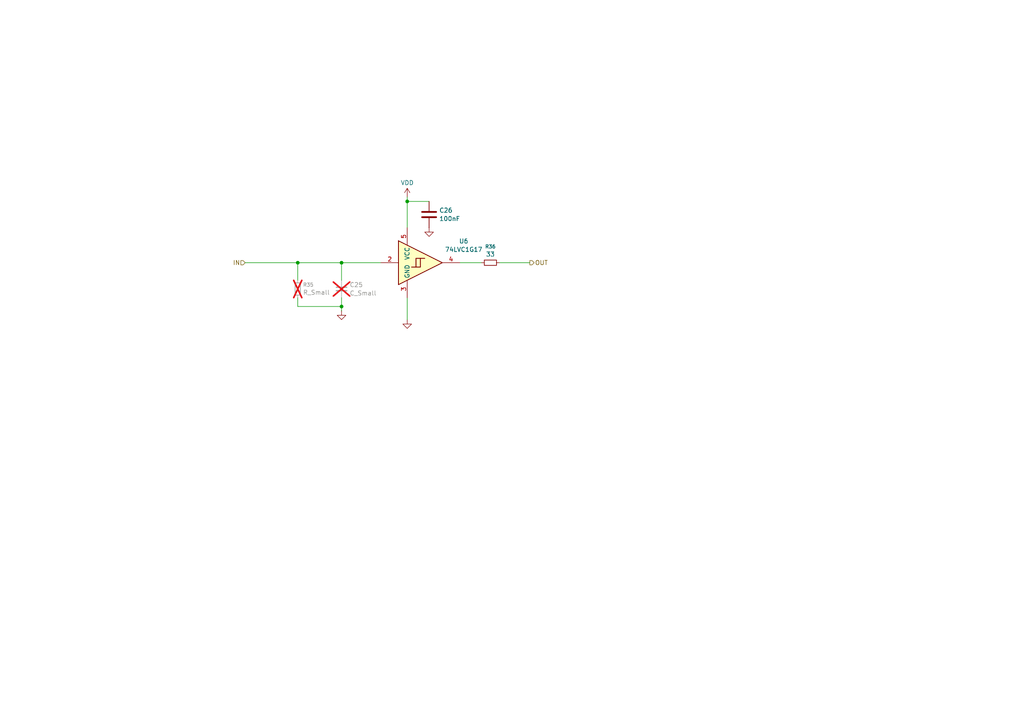
<source format=kicad_sch>
(kicad_sch (version 20250114) (generator "eeschema") (generator_version "9.0")
  (paper "A4")
  (lib_symbols
    (symbol "74xGxx:74LVC1G17"
      (property "Reference" "U" (at 0 3.81 0))
      (property "Value" "74LVC1G17" (at 0 -3.81 0))
      (symbol "74LVC1G17_0_1"
        (polyline (pts (xy -7.62 6.35) (xy -7.62 -6.35) (xy 5.08 0) (xy -7.62 6.35)) (stroke (width 0.254)) (fill (type background)))
        (polyline (pts (xy -3.81 -1.27) (xy -2.54 -1.27) (xy -2.54 1.27) (xy -1.27 1.27)) (stroke (width 0.254)) (fill (type background)))
        (polyline (pts (xy -2.54 -1.27) (xy -1.27 -1.27) (xy -1.27 1.27) (xy 0 1.27)) (stroke (width 0.254)) (fill (type background)))
      )
      (symbol "74LVC1G17_1_1"
        (pin input line (at -12.7 0 0) (length 5.08) (name "~") (number "2"))
        (pin no_connect line (at -7.62 5.08 180) (length 5.08) (hide yes) (name "NC") (number "1"))
        (pin power_in line (at -5.08 10.16 270) (length 5.08) (name "VCC") (number "5"))
        (pin power_in line (at -5.08 -10.16 90) (length 5.08) (name "GND") (number "3"))
        (pin output line (at 10.16 0 180) (length 5.08) (name "~") (number "4"))
      )
    )
    (symbol "Device:C" (pin_numbers (hide yes)) (pin_names (offset 0.254))
      (property "Reference" "C" (at 0.635 2.54 0))
      (property "Value" "C" (at 0.635 -2.54 0))
      (symbol "C_0_1"
        (polyline (pts (xy -2.032 0.762) (xy 2.032 0.762)) (stroke (width 0.508)))
        (polyline (pts (xy -2.032 -0.762) (xy 2.032 -0.762)) (stroke (width 0.508)))
      )
      (symbol "C_1_1"
        (pin passive line (at 0 3.81 270) (length 2.794) (name "~") (number "1"))
        (pin passive line (at 0 -3.81 90) (length 2.794) (name "~") (number "2"))
      )
    )
    (symbol "Device:C_Small" (pin_numbers (hide yes)) (pin_names (offset 0.254) (hide yes))
      (property "Reference" "C" (at 0.254 1.778 0))
      (property "Value" "C_Small" (at 0.254 -2.032 0))
      (symbol "C_Small_0_1"
        (polyline (pts (xy -1.524 0.508) (xy 1.524 0.508)) (stroke (width 0.3048)))
        (polyline (pts (xy -1.524 -0.508) (xy 1.524 -0.508)) (stroke (width 0.3302)))
      )
      (symbol "C_Small_1_1"
        (pin passive line (at 0 2.54 270) (length 2.032) (name "~") (number "1"))
        (pin passive line (at 0 -2.54 90) (length 2.032) (name "~") (number "2"))
      )
    )
    (symbol "Device:R_Small" (pin_numbers (hide yes)) (pin_names (offset 0.254) (hide yes))
      (property "Reference" "R" (at 0 0 90))
      (property "Value" "R_Small" (at 1.778 0 90))
      (symbol "R_Small_0_1"
        (rectangle (start -0.762 1.778) (end 0.762 -1.778) (stroke (width 0.2032)))
      )
      (symbol "R_Small_1_1"
        (pin passive line (at 0 2.54 270) (length 0.762) (name "~") (number "1"))
        (pin passive line (at 0 -2.54 90) (length 0.762) (name "~") (number "2"))
      )
    )
    (symbol "power:GND" (power) (pin_numbers (hide yes)) (pin_names (offset 0) (hide yes))
      (property "Value" "GND" (at 0 -3.81 0))
      (symbol "GND_0_1"
        (polyline (pts (xy 0 0) (xy 0 -1.27) (xy 1.27 -1.27) (xy 0 -2.54) (xy -1.27 -1.27) (xy 0 -1.27)))
      )
      (symbol "GND_1_1"
        (pin power_in line (at 0 0 270) (length 0) (name "~") (number "1"))
      )
    )
    (symbol "power:VDD" (power) (pin_numbers (hide yes)) (pin_names (offset 0) (hide yes))
      (property "Value" "VDD" (at 0 3.556 0))
      (symbol "VDD_0_1"
        (polyline (pts (xy -0.762 1.27) (xy 0 2.54)))
        (polyline (pts (xy 0 2.54) (xy 0.762 1.27)))
        (polyline (pts (xy 0 0) (xy 0 2.54)))
      )
      (symbol "VDD_1_1"
        (pin power_in line (at 0 0 90) (length 0) (name "~") (number "1"))
      )
    )
  )
  (junction (at 99.06 76.2))
  (junction (at 118.11 58.42))
  (junction (at 86.36 76.2))
  (junction (at 99.06 88.9))
  (wire (pts (xy 99.06 88.9) (xy 86.36 88.9)))
  (wire (pts (xy 133.35 76.2) (xy 139.7 76.2)))
  (wire (pts (xy 118.11 58.42) (xy 124.46 58.42)))
  (wire (pts (xy 118.11 86.36) (xy 118.11 92.71)))
  (wire (pts (xy 71.12 76.2) (xy 86.36 76.2)))
  (wire (pts (xy 118.11 57.15) (xy 118.11 58.42)))
  (wire (pts (xy 99.06 76.2) (xy 110.49 76.2)))
  (wire (pts (xy 118.11 58.42) (xy 118.11 66.04)))
  (wire (pts (xy 86.36 76.2) (xy 99.06 76.2)))
  (wire (pts (xy 99.06 86.36) (xy 99.06 88.9)))
  (wire (pts (xy 99.06 90.17) (xy 99.06 88.9)))
  (wire (pts (xy 99.06 76.2) (xy 99.06 81.28)))
  (wire (pts (xy 86.36 76.2) (xy 86.36 81.28)))
  (wire (pts (xy 86.36 86.36) (xy 86.36 88.9)))
  (wire (pts (xy 144.78 76.2) (xy 153.67 76.2)))
  (hierarchical_label "IN" (shape input) (at 71.12 76.2 180))
  (hierarchical_label "OUT" (shape output) (at 153.67 76.2 0))
  (symbol (lib_id "Device:C") (at 124.46 62.23 0) (unit 1)
    (property "Reference" "C26" (at 127.381 61.0178 0) (effects (justify left)))
    (property "Value" "100nF" (at 127.381 63.4421 0) (effects (justify left)))
    (property "Footprint" "Capacitor_SMD:C_0603_1608Metric" (effects (hide yes)))
    (property "Description" "Unpolarized capacitor" (effects (hide yes)))
    (property "PN" "GCJ188R71H104KA12D" (effects (hide yes)))
    (instances (project "nucleo_tdm_breakout1" (path "" (reference "C26") (unit 1)) (path "" (reference "C32") (unit 1)) (path "" (reference "C35") (unit 1))))
  )
  (symbol (lib_id "Device:C_Small") (at 99.06 83.82 0) (unit 1) (dnp yes)
    (property "Reference" "C25" (at 101.3841 82.6141 0) (effects (justify left)))
    (property "Value" "C_Small" (at 101.3841 85.0384 0) (effects (justify left)))
    (property "Footprint" "Capacitor_SMD:C_0603_1608Metric" (effects (hide yes)))
    (property "Description" "Unpolarized capacitor, small symbol" (effects (hide yes)))
    (instances (project "nucleo_tdm_breakout1" (path "" (reference "C25") (unit 1)) (path "" (reference "C31") (unit 1)) (path "" (reference "C34") (unit 1))))
  )
  (symbol (lib_id "Device:R_Small") (at 86.36 83.82 180) (unit 1) (dnp yes)
    (property "Reference" "R35" (at 87.8586 82.6078 0) (effects (font (size 1.016 1.016)) (justify right)))
    (property "Value" "R_Small" (at 87.8586 84.8277 0) (effects (justify right)))
    (property "Footprint" "Resistor_SMD:R_0603_1608Metric" (effects (hide yes)))
    (property "Description" "Resistor, small symbol" (effects (hide yes)))
    (instances (project "nucleo_tdm_breakout1" (path "" (reference "R35") (unit 1)) (path "" (reference "R41") (unit 1)) (path "" (reference "R46") (unit 1))))
  )
  (symbol (lib_id "power:GND") (at 99.06 90.17 0) (unit 1)
    (property "Reference" "#PWR052" (effects (hide yes)))
    (property "Value" "GND" (effects (hide yes)))
    (property "Description" "Power symbol creates a global label with name \"GND\" , ground" (effects (hide yes)))
    (instances (project "nucleo_tdm_breakout1" (path "" (reference "#PWR052") (unit 1)) (path "" (reference "#PWR056") (unit 1)) (path "" (reference "#PWR060") (unit 1))))
  )
  (symbol (lib_id "power:GND") (at 118.11 92.71 0) (unit 1)
    (property "Reference" "#PWR054" (effects (hide yes)))
    (property "Value" "GND" (effects (hide yes)))
    (property "Description" "Power symbol creates a global label with name \"GND\" , ground" (effects (hide yes)))
    (instances (project "nucleo_tdm_breakout1" (path "" (reference "#PWR054") (unit 1)) (path "" (reference "#PWR058") (unit 1)) (path "" (reference "#PWR062") (unit 1))))
  )
  (symbol (lib_id "power:GND") (at 124.46 66.04 0) (unit 1)
    (property "Reference" "#PWR055" (effects (hide yes)))
    (property "Value" "GND" (effects (hide yes)))
    (property "Description" "Power symbol creates a global label with name \"GND\" , ground" (effects (hide yes)))
    (instances (project "nucleo_tdm_breakout1" (path "" (reference "#PWR055") (unit 1)) (path "" (reference "#PWR059") (unit 1)) (path "" (reference "#PWR063") (unit 1))))
  )
  (symbol (lib_id "Device:R_Small") (at 142.24 76.2 90) (unit 1)
    (property "Reference" "R36" (at 142.24 71.5233 90) (effects (font (size 1.016 1.016))))
    (property "Value" "33" (at 142.24 73.7432 90))
    (property "Footprint" "Resistor_SMD:R_0603_1608Metric" (effects (hide yes)))
    (property "Description" "Resistor, small symbol" (effects (hide yes)))
    (property "PN" "CRCW060333R0FKEAC" (effects (hide yes)))
    (instances (project "nucleo_tdm_breakout1" (path "" (reference "R36") (unit 1)) (path "" (reference "R42") (unit 1)) (path "" (reference "R51") (unit 1))))
  )
  (symbol (lib_id "power:VDD") (at 118.11 57.15 0) (unit 1)
    (property "Reference" "#PWR053" (effects (hide yes)))
    (property "Value" "VDD" (at 118.11 53.0169 0))
    (property "Description" "Power symbol creates a global label with name \"VDD\"" (effects (hide yes)))
    (instances (project "nucleo_tdm_breakout1" (path "" (reference "#PWR053") (unit 1)) (path "" (reference "#PWR057") (unit 1)) (path "" (reference "#PWR061") (unit 1))))
  )
  (symbol (lib_id "74xGxx:74LVC1G17") (at 123.19 76.2 0) (unit 1)
    (property "Reference" "U6" (at 134.4953 69.9534 0))
    (property "Value" "74LVC1G17" (at 134.4953 72.3777 0))
    (property "Footprint" "Package_TO_SOT_SMD:SOT-23-5" (effects (hide yes)))
    (property "Datasheet" "https://www.ti.com/lit/ds/symlink/sn74lvc1g17.pdf" (effects (hide yes)))
    (property "Description" "Single Schmitt Buffer Gate, Low-Voltage CMOS" (effects (hide yes)))
    (property "PN" "SN74LVC1G17DBVR" (effects (hide yes)))
    (instances (project "nucleo_tdm_breakout1" (path "" (reference "U6") (unit 1)) (path "" (reference "U7") (unit 1)) (path "" (reference "U9") (unit 1))))
  )
)
</source>
